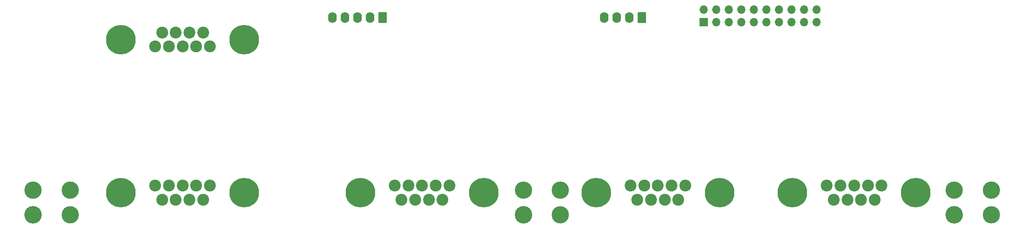
<source format=gbs>
%TF.GenerationSoftware,KiCad,Pcbnew,(5.99.0-8090-ga1d7a959f7)*%
%TF.CreationDate,2021-08-13T15:27:52+01:00*%
%TF.ProjectId,CONIO-A,434f4e49-4f2d-4412-9e6b-696361645f70,rev?*%
%TF.SameCoordinates,Original*%
%TF.FileFunction,Soldermask,Bot*%
%TF.FilePolarity,Negative*%
%FSLAX46Y46*%
G04 Gerber Fmt 4.6, Leading zero omitted, Abs format (unit mm)*
G04 Created by KiCad (PCBNEW (5.99.0-8090-ga1d7a959f7)) date 2021-08-13 15:27:52*
%MOMM*%
%LPD*%
G01*
G04 APERTURE LIST*
G04 Aperture macros list*
%AMRoundRect*
0 Rectangle with rounded corners*
0 $1 Rounding radius*
0 $2 $3 $4 $5 $6 $7 $8 $9 X,Y pos of 4 corners*
0 Add a 4 corners polygon primitive as box body*
4,1,4,$2,$3,$4,$5,$6,$7,$8,$9,$2,$3,0*
0 Add four circle primitives for the rounded corners*
1,1,$1+$1,$2,$3,0*
1,1,$1+$1,$4,$5,0*
1,1,$1+$1,$6,$7,0*
1,1,$1+$1,$8,$9,0*
0 Add four rect primitives between the rounded corners*
20,1,$1+$1,$2,$3,$4,$5,0*
20,1,$1+$1,$4,$5,$6,$7,0*
20,1,$1+$1,$6,$7,$8,$9,0*
20,1,$1+$1,$8,$9,$2,$3,0*%
G04 Aperture macros list end*
%ADD10C,6.000000*%
%ADD11C,2.400000*%
%ADD12R,1.700000X1.700000*%
%ADD13O,1.700000X1.700000*%
%ADD14C,3.500000*%
%ADD15C,3.550000*%
%ADD16RoundRect,0.250000X0.620000X0.845000X-0.620000X0.845000X-0.620000X-0.845000X0.620000X-0.845000X0*%
%ADD17O,1.740000X2.190000*%
G04 APERTURE END LIST*
D10*
%TO.C,J6*%
X189545000Y-110800000D03*
X164555000Y-110800000D03*
D11*
X171510000Y-109380000D03*
X174280000Y-109380000D03*
X177050000Y-109380000D03*
X179820000Y-109380000D03*
X182590000Y-109380000D03*
X172895000Y-112220000D03*
X175665000Y-112220000D03*
X178435000Y-112220000D03*
X181205000Y-112220000D03*
%TD*%
D12*
%TO.C,J3*%
X186300000Y-76300000D03*
D13*
X186300000Y-73760000D03*
X188840000Y-76300000D03*
X188840000Y-73760000D03*
X191380000Y-76300000D03*
X191380000Y-73760000D03*
X193920000Y-76300000D03*
X193920000Y-73760000D03*
X196460000Y-76300000D03*
X196460000Y-73760000D03*
X199000000Y-76300000D03*
X199000000Y-73760000D03*
X201540000Y-76300000D03*
X201540000Y-73760000D03*
X204080000Y-76300000D03*
X204080000Y-73760000D03*
X206620000Y-76300000D03*
X206620000Y-73760000D03*
X209160000Y-76300000D03*
X209160000Y-73760000D03*
%TD*%
D10*
%TO.C,J8*%
X68305000Y-110800000D03*
X93295000Y-110800000D03*
D11*
X75260000Y-109380000D03*
X78030000Y-109380000D03*
X80800000Y-109380000D03*
X83570000Y-109380000D03*
X86340000Y-109380000D03*
X76645000Y-112220000D03*
X79415000Y-112220000D03*
X82185000Y-112220000D03*
X84955000Y-112220000D03*
%TD*%
D14*
%TO.C,H2*%
X157300000Y-110300000D03*
X149800000Y-110300000D03*
D15*
X149800000Y-115300000D03*
D14*
X157300000Y-115300000D03*
%TD*%
D16*
%TO.C,J2*%
X121300000Y-75300000D03*
D17*
X118760000Y-75300000D03*
X116220000Y-75300000D03*
X113680000Y-75300000D03*
X111140000Y-75300000D03*
%TD*%
D10*
%TO.C,J4*%
X93295000Y-79800000D03*
X68305000Y-79800000D03*
D11*
X86340000Y-81220000D03*
X83570000Y-81220000D03*
X80800000Y-81220000D03*
X78030000Y-81220000D03*
X75260000Y-81220000D03*
X84955000Y-78380000D03*
X82185000Y-78380000D03*
X79415000Y-78380000D03*
X76645000Y-78380000D03*
%TD*%
D10*
%TO.C,J7*%
X204305000Y-110800000D03*
X229295000Y-110800000D03*
D11*
X211260000Y-109380000D03*
X214030000Y-109380000D03*
X216800000Y-109380000D03*
X219570000Y-109380000D03*
X222340000Y-109380000D03*
X212645000Y-112220000D03*
X215415000Y-112220000D03*
X218185000Y-112220000D03*
X220955000Y-112220000D03*
%TD*%
D14*
%TO.C,H1*%
X58050000Y-110300000D03*
X58050000Y-115300000D03*
D15*
X50550000Y-115300000D03*
D14*
X50550000Y-110300000D03*
%TD*%
D10*
%TO.C,J5*%
X116805000Y-110800000D03*
X141795000Y-110800000D03*
D11*
X123760000Y-109380000D03*
X126530000Y-109380000D03*
X129300000Y-109380000D03*
X132070000Y-109380000D03*
X134840000Y-109380000D03*
X125145000Y-112220000D03*
X127915000Y-112220000D03*
X130685000Y-112220000D03*
X133455000Y-112220000D03*
%TD*%
D16*
%TO.C,J1*%
X173800000Y-75300000D03*
D17*
X171260000Y-75300000D03*
X168720000Y-75300000D03*
X166180000Y-75300000D03*
%TD*%
D14*
%TO.C,H3*%
X244550000Y-110300000D03*
D15*
X237050000Y-115300000D03*
D14*
X237050000Y-110300000D03*
X244550000Y-115300000D03*
%TD*%
M02*

</source>
